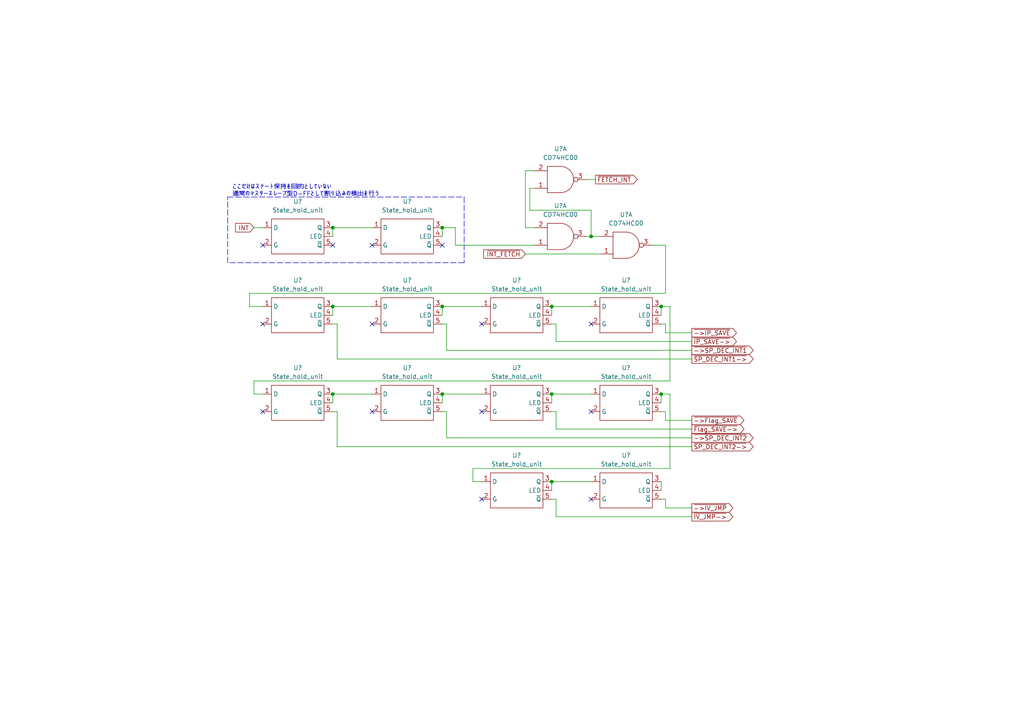
<source format=kicad_sch>
(kicad_sch (version 20211123) (generator eeschema)
  (paper "A4")
  (lib_symbols
    (symbol "CD74HCXX:CD74HC00" (pin_names (offset 0.762))
      (property "Reference" "U" (at -2.54 6.985 0))
      (property "Value" "CD74HC00" (at 1.27 5.08 0))
      (symbol "CD74HC00_0_0"
        (pin power_in line (at -2.54 2.54 0) (length 0) hide (name "VCC") (number "14"))
        (pin power_in line (at -2.54 -2.54 0) (length 0) hide (name "GND") (number "7"))
      )
      (symbol "CD74HC00_0_1"
        (arc (start 0 -3.81) (mid 3.81 0) (end 0 3.81))
        (polyline (pts (xy 0 3.81) (xy -3.81 3.81) (xy -3.81 -3.81) (xy 0 -3.81)))
      )
      (symbol "CD74HC00_0_2"
        (arc (start -4.445 -3.81) (mid -3.175 0) (end -4.445 3.81))
        (arc (start -3.175 -3.81) (mid 0.803 -2.7954) (end 3.81 0))
        (polyline (pts (xy -4.445 -3.81) (xy -3.175 -3.81)))
        (polyline (pts (xy -4.445 3.81) (xy -3.175 3.81)))
        (arc (start 3.81 0) (mid 0.8099 2.8117) (end -3.175 3.81))
      )
      (symbol "CD74HC00_1_1"
        (pin input line (at -7.62 2.54 0) (length 3.81) (name "~") (number "1"))
        (pin input line (at -7.62 -2.54 0) (length 3.81) (name "~") (number "2"))
        (pin output inverted (at 7.62 0 180) (length 3.81) (name "~") (number "3"))
      )
      (symbol "CD74HC00_1_2"
        (pin input inverted (at -7.62 2.54 0) (length 3.81) (name "~") (number "1"))
        (pin input inverted (at -7.62 -2.54 0) (length 3.81) (name "~") (number "2"))
        (pin output line (at 7.62 0 180) (length 3.81) (name "~") (number "3"))
      )
      (symbol "CD74HC00_2_1"
        (pin input line (at -7.62 2.54 0) (length 3.81) (name "~") (number "4"))
        (pin input line (at -7.62 -2.54 0) (length 3.81) (name "~") (number "5"))
        (pin output inverted (at 7.62 0 180) (length 3.81) (name "~") (number "6"))
      )
      (symbol "CD74HC00_2_2"
        (pin input inverted (at -7.62 2.54 0) (length 3.81) (name "~") (number "4"))
        (pin input inverted (at -7.62 -2.54 0) (length 3.81) (name "~") (number "5"))
        (pin output line (at 7.62 0 180) (length 3.81) (name "~") (number "6"))
      )
      (symbol "CD74HC00_3_1"
        (pin input line (at -7.62 -2.54 0) (length 3.81) (name "~") (number "10"))
        (pin output inverted (at 7.62 0 180) (length 3.81) (name "~") (number "8"))
        (pin input line (at -7.62 2.54 0) (length 3.81) (name "~") (number "9"))
      )
      (symbol "CD74HC00_3_2"
        (pin input inverted (at -7.62 -2.54 0) (length 3.81) (name "~") (number "10"))
        (pin output line (at 7.62 0 180) (length 3.81) (name "~") (number "8"))
        (pin input inverted (at -7.62 2.54 0) (length 3.81) (name "~") (number "9"))
      )
      (symbol "CD74HC00_4_1"
        (pin output inverted (at 7.62 0 180) (length 3.81) (name "~") (number "11"))
        (pin input line (at -7.62 2.54 0) (length 3.81) (name "~") (number "12"))
        (pin input line (at -7.62 -2.54 0) (length 3.81) (name "~") (number "13"))
      )
      (symbol "CD74HC00_4_2"
        (pin output line (at 7.62 0 180) (length 3.81) (name "~") (number "11"))
        (pin input inverted (at -7.62 2.54 0) (length 3.81) (name "~") (number "12"))
        (pin input inverted (at -7.62 -2.54 0) (length 3.81) (name "~") (number "13"))
      )
    )
    (symbol "State_hold_unit:State_hold_unit"
      (property "Reference" "U" (at 0 0 0))
      (property "Value" "State_hold_unit" (at 0 -12.7 0))
      (symbol "State_hold_unit_0_1"
        (rectangle (start -7.62 -1.27) (end 7.62 -11.43))
      )
      (symbol "State_hold_unit_1_1"
        (pin input line (at -10.16 -3.81 0) (length 2.54) (name "D") (number "1"))
        (pin input line (at -10.16 -8.89 0) (length 2.54) (name "G") (number "2"))
        (pin output line (at 10.16 -3.81 180) (length 2.54) (name "Q") (number "3"))
        (pin input line (at 10.16 -6.35 180) (length 2.54) (name "LED") (number "4"))
        (pin output line (at 10.16 -8.89 180) (length 2.54) (name "~{Q}") (number "5"))
      )
    )
  )
  (junction (at 160.02 88.9))
  (junction (at 128.27 114.3))
  (junction (at 128.27 88.9))
  (junction (at 160.02 114.3))
  (junction (at 96.52 66.04))
  (junction (at 96.52 114.3))
  (junction (at 96.52 88.9))
  (junction (at 160.02 139.7))
  (junction (at 191.77 114.3))
  (junction (at 171.45 68.58))
  (junction (at 128.27 66.04))
  (junction (at 191.77 88.9))
  (no_connect (at 171.45 144.78))
  (no_connect (at 171.45 93.98))
  (no_connect (at 128.27 71.12))
  (no_connect (at 96.52 71.12))
  (no_connect (at 107.95 119.38))
  (no_connect (at 76.2 119.38))
  (no_connect (at 139.7 93.98))
  (no_connect (at 139.7 119.38))
  (no_connect (at 107.95 71.12))
  (no_connect (at 76.2 93.98))
  (no_connect (at 107.95 93.98))
  (no_connect (at 139.7 144.78))
  (no_connect (at 171.45 119.38))
  (no_connect (at 76.2 71.12))
  (polyline (pts (xy 66.04 76.2) (xy 66.04 57.15)))
  (wire (pts (xy 128.27 88.9) (xy 139.7 88.9)))
  (wire (pts (xy 161.29 149.86) (xy 200.66 149.86)))
  (wire (pts (xy 191.77 119.38) (xy 193.04 119.38)))
  (wire (pts (xy 160.02 93.98) (xy 161.29 93.98)))
  (wire (pts (xy 72.39 85.09) (xy 72.39 88.9)))
  (wire (pts (xy 96.52 88.9) (xy 107.95 88.9)))
  (wire (pts (xy 97.79 93.98) (xy 96.52 93.98)))
  (wire (pts (xy 152.4 66.04) (xy 154.94 66.04)))
  (wire (pts (xy 97.79 104.14) (xy 97.79 93.98)))
  (wire (pts (xy 128.27 114.3) (xy 128.27 116.84)))
  (wire (pts (xy 128.27 66.04) (xy 128.27 68.58)))
  (wire (pts (xy 161.29 124.46) (xy 200.66 124.46)))
  (wire (pts (xy 191.77 88.9) (xy 194.31 88.9)))
  (wire (pts (xy 193.04 85.09) (xy 72.39 85.09)))
  (wire (pts (xy 194.31 88.9) (xy 194.31 110.49)))
  (wire (pts (xy 137.16 139.7) (xy 139.7 139.7)))
  (wire (pts (xy 193.04 96.52) (xy 200.66 96.52)))
  (wire (pts (xy 96.52 88.9) (xy 96.52 91.44)))
  (wire (pts (xy 96.52 66.04) (xy 96.52 68.58)))
  (wire (pts (xy 193.04 93.98) (xy 193.04 96.52)))
  (wire (pts (xy 128.27 119.38) (xy 129.54 119.38)))
  (wire (pts (xy 193.04 147.32) (xy 200.66 147.32)))
  (wire (pts (xy 161.29 119.38) (xy 161.29 124.46)))
  (wire (pts (xy 191.77 114.3) (xy 191.77 116.84)))
  (wire (pts (xy 137.16 135.89) (xy 137.16 139.7)))
  (wire (pts (xy 73.66 66.04) (xy 76.2 66.04)))
  (wire (pts (xy 160.02 88.9) (xy 160.02 91.44)))
  (wire (pts (xy 153.67 60.96) (xy 171.45 60.96)))
  (wire (pts (xy 193.04 119.38) (xy 193.04 121.92)))
  (wire (pts (xy 161.29 144.78) (xy 161.29 149.86)))
  (wire (pts (xy 97.79 119.38) (xy 97.79 129.54)))
  (wire (pts (xy 96.52 114.3) (xy 107.95 114.3)))
  (polyline (pts (xy 134.62 76.2) (xy 66.04 76.2)))
  (wire (pts (xy 191.77 144.78) (xy 193.04 144.78)))
  (wire (pts (xy 161.29 93.98) (xy 161.29 99.06)))
  (wire (pts (xy 160.02 114.3) (xy 171.45 114.3)))
  (wire (pts (xy 73.66 114.3) (xy 76.2 114.3)))
  (wire (pts (xy 191.77 139.7) (xy 191.77 142.24)))
  (wire (pts (xy 154.94 49.53) (xy 152.4 49.53)))
  (wire (pts (xy 128.27 88.9) (xy 128.27 91.44)))
  (wire (pts (xy 160.02 139.7) (xy 171.45 139.7)))
  (wire (pts (xy 72.39 88.9) (xy 76.2 88.9)))
  (wire (pts (xy 129.54 93.98) (xy 129.54 101.6)))
  (wire (pts (xy 171.45 68.58) (xy 173.99 68.58)))
  (wire (pts (xy 200.66 104.14) (xy 97.79 104.14)))
  (wire (pts (xy 194.31 110.49) (xy 73.66 110.49)))
  (wire (pts (xy 194.31 114.3) (xy 194.31 135.89)))
  (wire (pts (xy 129.54 119.38) (xy 129.54 127)))
  (wire (pts (xy 132.08 71.12) (xy 132.08 66.04)))
  (wire (pts (xy 191.77 88.9) (xy 191.77 91.44)))
  (wire (pts (xy 152.4 73.66) (xy 173.99 73.66)))
  (wire (pts (xy 193.04 121.92) (xy 200.66 121.92)))
  (polyline (pts (xy 134.62 57.15) (xy 134.62 76.2)))
  (wire (pts (xy 154.94 54.61) (xy 153.67 54.61)))
  (wire (pts (xy 160.02 139.7) (xy 160.02 142.24)))
  (wire (pts (xy 97.79 129.54) (xy 200.66 129.54)))
  (wire (pts (xy 73.66 110.49) (xy 73.66 114.3)))
  (wire (pts (xy 96.52 119.38) (xy 97.79 119.38)))
  (wire (pts (xy 129.54 101.6) (xy 200.66 101.6)))
  (wire (pts (xy 160.02 88.9) (xy 171.45 88.9)))
  (wire (pts (xy 193.04 71.12) (xy 193.04 85.09)))
  (wire (pts (xy 132.08 66.04) (xy 128.27 66.04)))
  (wire (pts (xy 128.27 93.98) (xy 129.54 93.98)))
  (wire (pts (xy 128.27 114.3) (xy 139.7 114.3)))
  (wire (pts (xy 172.72 52.07) (xy 170.18 52.07)))
  (wire (pts (xy 160.02 119.38) (xy 161.29 119.38)))
  (wire (pts (xy 161.29 99.06) (xy 200.66 99.06)))
  (wire (pts (xy 189.23 71.12) (xy 193.04 71.12)))
  (wire (pts (xy 137.16 135.89) (xy 194.31 135.89)))
  (wire (pts (xy 129.54 127) (xy 200.66 127)))
  (wire (pts (xy 96.52 114.3) (xy 96.52 116.84)))
  (wire (pts (xy 171.45 60.96) (xy 171.45 68.58)))
  (wire (pts (xy 160.02 144.78) (xy 161.29 144.78)))
  (wire (pts (xy 191.77 114.3) (xy 194.31 114.3)))
  (polyline (pts (xy 66.04 57.15) (xy 134.62 57.15)))
  (wire (pts (xy 191.77 93.98) (xy 193.04 93.98)))
  (wire (pts (xy 160.02 114.3) (xy 160.02 116.84)))
  (wire (pts (xy 171.45 68.58) (xy 170.18 68.58)))
  (wire (pts (xy 132.08 71.12) (xy 154.94 71.12)))
  (wire (pts (xy 153.67 54.61) (xy 153.67 60.96)))
  (wire (pts (xy 193.04 144.78) (xy 193.04 147.32)))
  (wire (pts (xy 152.4 49.53) (xy 152.4 66.04)))
  (wire (pts (xy 96.52 66.04) (xy 107.95 66.04)))
  (text "ここだけはステート保持を目的としていない\n通常のマスタースレーブ型D-FFとして割り込みの検出を行う" (at 67.31 57.15 0) (effects (font (size 1.27 1.27)) (justify left bottom)))
  (global_label "~{->SP_DEC_INT2}" (shape output) (at 200.66 127 0) (property "Intersheet References" "${INTERSHEET_REFS}" (effects hide)))
  (global_label "~{FETCH_INT}" (shape output) (at 172.72 52.07 0) (property "Intersheet References" "${INTERSHEET_REFS}" (effects hide)))
  (global_label "~{Flag_SAVE->}" (shape output) (at 200.66 124.46 0) (property "Intersheet References" "${INTERSHEET_REFS}" (effects hide)))
  (global_label "~{SP_DEC_INT1->}" (shape output) (at 200.66 104.14 0) (property "Intersheet References" "${INTERSHEET_REFS}" (effects hide)))
  (global_label "~{->Flag_SAVE}" (shape output) (at 200.66 121.92 0) (property "Intersheet References" "${INTERSHEET_REFS}" (effects hide)))
  (global_label "~{IP_SAVE->}" (shape output) (at 200.66 99.06 0) (property "Intersheet References" "${INTERSHEET_REFS}" (effects hide)))
  (global_label "~{SP_DEC_INT2->}" (shape output) (at 200.66 129.54 0) (property "Intersheet References" "${INTERSHEET_REFS}" (effects hide)))
  (global_label "~{->IV_JMP}" (shape output) (at 200.66 147.32 0) (property "Intersheet References" "${INTERSHEET_REFS}" (effects hide)))
  (global_label "~{IV_JMP->}" (shape output) (at 200.66 149.86 0) (property "Intersheet References" "${INTERSHEET_REFS}" (effects hide)))
  (global_label "~{->SP_DEC_INT1}" (shape output) (at 200.66 101.6 0) (property "Intersheet References" "${INTERSHEET_REFS}" (effects hide)))
  (global_label "~{->IP_SAVE}" (shape output) (at 200.66 96.52 0) (property "Intersheet References" "${INTERSHEET_REFS}" (effects hide)))
  (global_label "INT" (shape input) (at 73.66 66.04 180) (property "Intersheet References" "${INTERSHEET_REFS}" (effects hide)))
  (global_label "~{INT_FETCH}" (shape input) (at 152.4 73.66 180) (property "Intersheet References" "${INTERSHEET_REFS}" (effects hide)))
  (symbol (lib_id "CD74HCXX:CD74HC00") (at 162.56 52.07 0) (mirror x) (unit 1)
    (property "Reference" "U?" (at 162.56 43.18 0))
    (property "Value" "CD74HC00" (at 162.56 45.72 0))
    (property "Footprint" "Package_DIP:DIP-14_W7.62mm" (effects hide))
  )
  (symbol (lib_id "State_hold_unit:State_hold_unit") (at 149.86 135.89 0) (unit 1)
    (property "Reference" "U?" (at 149.86 132.08 0))
    (property "Value" "State_hold_unit" (at 149.86 134.62 0))
  )
  (symbol (lib_id "State_hold_unit:State_hold_unit") (at 86.36 62.23 0) (unit 1)
    (property "Reference" "U?" (at 86.36 58.42 0))
    (property "Value" "State_hold_unit" (at 86.36 60.96 0))
  )
  (symbol (lib_id "State_hold_unit:State_hold_unit") (at 181.61 110.49 0) (unit 1)
    (property "Reference" "U?" (at 181.61 106.68 0))
    (property "Value" "State_hold_unit" (at 181.61 109.22 0))
  )
  (symbol (lib_id "CD74HCXX:CD74HC00") (at 162.56 68.58 0) (mirror x) (unit 1)
    (property "Reference" "U?" (at 162.56 59.69 0))
    (property "Value" "CD74HC00" (at 162.56 62.23 0))
    (property "Footprint" "Package_DIP:DIP-14_W7.62mm" (effects hide))
  )
  (symbol (lib_id "CD74HCXX:CD74HC00") (at 181.61 71.12 0) (mirror x) (unit 1)
    (property "Reference" "U?" (at 181.61 62.23 0))
    (property "Value" "CD74HC00" (at 181.61 64.77 0))
    (property "Footprint" "Package_DIP:DIP-14_W7.62mm" (effects hide))
  )
  (symbol (lib_id "State_hold_unit:State_hold_unit") (at 86.36 110.49 0) (unit 1)
    (property "Reference" "U?" (at 86.36 106.68 0))
    (property "Value" "State_hold_unit" (at 86.36 109.22 0))
  )
  (symbol (lib_id "State_hold_unit:State_hold_unit") (at 181.61 85.09 0) (unit 1)
    (property "Reference" "U?" (at 181.61 81.28 0))
    (property "Value" "State_hold_unit" (at 181.61 83.82 0))
  )
  (symbol (lib_id "State_hold_unit:State_hold_unit") (at 118.11 85.09 0) (unit 1)
    (property "Reference" "U?" (at 118.11 81.28 0))
    (property "Value" "State_hold_unit" (at 118.11 83.82 0))
  )
  (symbol (lib_id "State_hold_unit:State_hold_unit") (at 181.61 135.89 0) (unit 1)
    (property "Reference" "U?" (at 181.61 132.08 0))
    (property "Value" "State_hold_unit" (at 181.61 134.62 0))
  )
  (symbol (lib_id "State_hold_unit:State_hold_unit") (at 86.36 85.09 0) (unit 1)
    (property "Reference" "U?" (at 86.36 81.28 0))
    (property "Value" "State_hold_unit" (at 86.36 83.82 0))
  )
  (symbol (lib_id "State_hold_unit:State_hold_unit") (at 149.86 85.09 0) (unit 1)
    (property "Reference" "U?" (at 149.86 81.28 0))
    (property "Value" "State_hold_unit" (at 149.86 83.82 0))
  )
  (symbol (lib_id "State_hold_unit:State_hold_unit") (at 118.11 110.49 0) (unit 1)
    (property "Reference" "U?" (at 118.11 106.68 0))
    (property "Value" "State_hold_unit" (at 118.11 109.22 0))
  )
  (symbol (lib_id "State_hold_unit:State_hold_unit") (at 149.86 110.49 0) (unit 1)
    (property "Reference" "U?" (at 149.86 106.68 0))
    (property "Value" "State_hold_unit" (at 149.86 109.22 0))
  )
  (symbol (lib_id "State_hold_unit:State_hold_unit") (at 118.11 62.23 0) (unit 1)
    (property "Reference" "U?" (at 118.11 58.42 0))
    (property "Value" "State_hold_unit" (at 118.11 60.96 0))
  )
)
</source>
